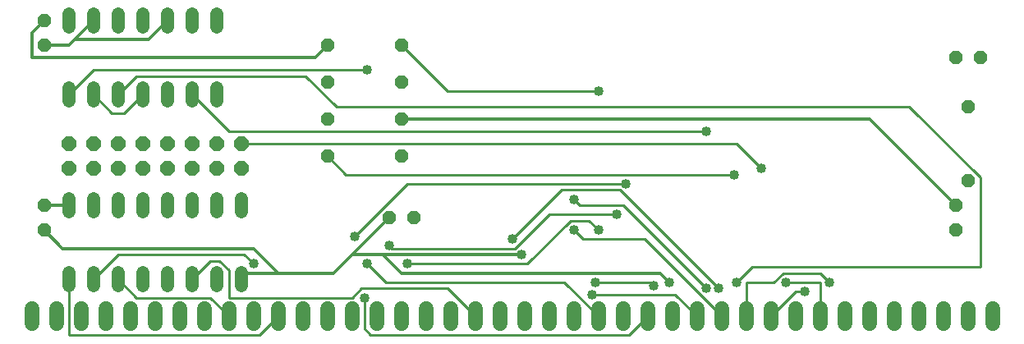
<source format=gbl>
G75*
%MOIN*%
%OFA0B0*%
%FSLAX24Y24*%
%IPPOS*%
%LPD*%
%AMOC8*
5,1,8,0,0,1.08239X$1,22.5*
%
%ADD10C,0.0600*%
%ADD11OC8,0.0520*%
%ADD12C,0.0520*%
%ADD13OC8,0.0600*%
%ADD14C,0.0100*%
%ADD15C,0.0400*%
%ADD16C,0.0120*%
D10*
X000600Y000800D02*
X000600Y001400D01*
X001600Y001400D02*
X001600Y000800D01*
X002600Y000800D02*
X002600Y001400D01*
X003600Y001400D02*
X003600Y000800D01*
X004600Y000800D02*
X004600Y001400D01*
X005600Y001400D02*
X005600Y000800D01*
X006600Y000800D02*
X006600Y001400D01*
X007600Y001400D02*
X007600Y000800D01*
X008600Y000800D02*
X008600Y001400D01*
X009600Y001400D02*
X009600Y000800D01*
X010600Y000800D02*
X010600Y001400D01*
X011600Y001400D02*
X011600Y000800D01*
X012600Y000800D02*
X012600Y001400D01*
X013600Y001400D02*
X013600Y000800D01*
X014600Y000800D02*
X014600Y001400D01*
X015600Y001400D02*
X015600Y000800D01*
X016600Y000800D02*
X016600Y001400D01*
X017600Y001400D02*
X017600Y000800D01*
X018600Y000800D02*
X018600Y001400D01*
X019600Y001400D02*
X019600Y000800D01*
X020600Y000800D02*
X020600Y001400D01*
X021600Y001400D02*
X021600Y000800D01*
X022600Y000800D02*
X022600Y001400D01*
X023600Y001400D02*
X023600Y000800D01*
X024600Y000800D02*
X024600Y001400D01*
X025600Y001400D02*
X025600Y000800D01*
X026600Y000800D02*
X026600Y001400D01*
X027600Y001400D02*
X027600Y000800D01*
X028600Y000800D02*
X028600Y001400D01*
X029600Y001400D02*
X029600Y000800D01*
X030600Y000800D02*
X030600Y001400D01*
X031600Y001400D02*
X031600Y000800D01*
X032600Y000800D02*
X032600Y001400D01*
X033600Y001400D02*
X033600Y000800D01*
X034600Y000800D02*
X034600Y001400D01*
X035600Y001400D02*
X035600Y000800D01*
X036600Y000800D02*
X036600Y001400D01*
X037600Y001400D02*
X037600Y000800D01*
X038600Y000800D02*
X038600Y001400D01*
X039600Y001400D02*
X039600Y000800D01*
D11*
X038100Y004600D03*
X038100Y005600D03*
X038600Y006600D03*
X038600Y009600D03*
X038100Y011600D03*
X039100Y011600D03*
X016100Y005100D03*
X015100Y005100D03*
X015600Y007600D03*
X012600Y007600D03*
X012600Y009100D03*
X015600Y009100D03*
X015600Y010600D03*
X012600Y010600D03*
X012600Y012100D03*
X015600Y012100D03*
X001100Y012100D03*
X001100Y013100D03*
X001100Y005600D03*
X001100Y004600D03*
D12*
X002100Y005340D02*
X002100Y005860D01*
X003100Y005860D02*
X003100Y005340D01*
X004100Y005340D02*
X004100Y005860D01*
X005100Y005860D02*
X005100Y005340D01*
X006100Y005340D02*
X006100Y005860D01*
X007100Y005860D02*
X007100Y005340D01*
X008100Y005340D02*
X008100Y005860D01*
X009100Y005860D02*
X009100Y005340D01*
X009100Y002860D02*
X009100Y002340D01*
X008100Y002340D02*
X008100Y002860D01*
X007100Y002860D02*
X007100Y002340D01*
X006100Y002340D02*
X006100Y002860D01*
X005100Y002860D02*
X005100Y002340D01*
X004100Y002340D02*
X004100Y002860D01*
X003100Y002860D02*
X003100Y002340D01*
X002100Y002340D02*
X002100Y002860D01*
X002100Y009840D02*
X002100Y010360D01*
X003100Y010360D02*
X003100Y009840D01*
X004100Y009840D02*
X004100Y010360D01*
X005100Y010360D02*
X005100Y009840D01*
X006100Y009840D02*
X006100Y010360D01*
X007100Y010360D02*
X007100Y009840D01*
X008100Y009840D02*
X008100Y010360D01*
X008100Y012840D02*
X008100Y013360D01*
X007100Y013360D02*
X007100Y012840D01*
X006100Y012840D02*
X006100Y013360D01*
X005100Y013360D02*
X005100Y012840D01*
X004100Y012840D02*
X004100Y013360D01*
X003100Y013360D02*
X003100Y012840D01*
X002100Y012840D02*
X002100Y013360D01*
D13*
X002100Y008100D03*
X003100Y008100D03*
X004100Y008100D03*
X005100Y008100D03*
X006100Y008100D03*
X007100Y008100D03*
X008100Y008100D03*
X009100Y008100D03*
X009100Y007100D03*
X008100Y007100D03*
X007100Y007100D03*
X006100Y007100D03*
X005100Y007100D03*
X004100Y007100D03*
X003100Y007100D03*
X002100Y007100D03*
D14*
X003850Y009350D02*
X003100Y010100D01*
X003100Y011100D02*
X002100Y010100D01*
X004100Y010100D02*
X004850Y010850D01*
X011725Y010850D01*
X012975Y009600D01*
X036225Y009600D01*
X039100Y006725D01*
X039100Y003100D01*
X029850Y003100D01*
X029225Y002475D01*
X029600Y002475D02*
X030725Y002475D01*
X031100Y002850D01*
X032600Y002850D01*
X032975Y002475D01*
X032600Y002475D02*
X031225Y002475D01*
X031600Y002100D02*
X031975Y002100D01*
X031600Y002100D02*
X030600Y001100D01*
X029600Y001100D02*
X029600Y002475D01*
X028475Y002225D02*
X024475Y006225D01*
X022100Y006225D01*
X020100Y004225D01*
X020225Y003850D02*
X021600Y005225D01*
X024350Y005225D01*
X024600Y005600D02*
X027975Y002225D01*
X027600Y001100D02*
X026725Y001975D01*
X023350Y001975D01*
X023475Y002475D02*
X025725Y002475D01*
X025850Y002350D01*
X025600Y001100D02*
X024850Y000350D01*
X014350Y000350D01*
X014100Y000600D01*
X014100Y001850D01*
X013975Y002225D02*
X013600Y001850D01*
X008600Y001850D01*
X008600Y002975D01*
X008225Y003350D01*
X007850Y003350D01*
X007100Y002600D01*
X007850Y001850D02*
X008600Y001100D01*
X009850Y000350D02*
X010600Y001100D01*
X009850Y000350D02*
X002100Y000350D01*
X002100Y002600D01*
X003100Y002600D02*
X004100Y003600D01*
X009225Y003600D01*
X009600Y003225D01*
X007850Y001850D02*
X004850Y001850D01*
X004100Y002600D01*
X013725Y004350D02*
X015850Y006475D01*
X024725Y006475D01*
X022850Y005600D02*
X022600Y005850D01*
X022850Y005600D02*
X024600Y005600D01*
X023600Y004600D02*
X023225Y004975D01*
X022475Y004975D01*
X020725Y003225D01*
X015850Y003225D01*
X014975Y002475D02*
X014225Y003225D01*
X014975Y002475D02*
X022225Y002475D01*
X023600Y001100D01*
X025475Y004225D02*
X028600Y001100D01*
X032600Y001100D02*
X032600Y002475D01*
X025475Y004225D02*
X022975Y004225D01*
X022600Y004600D01*
X020225Y003850D02*
X015225Y003850D01*
X015100Y003975D01*
X013975Y002225D02*
X017475Y002225D01*
X018600Y001100D01*
X013350Y006850D02*
X029100Y006850D01*
X030225Y007100D02*
X029225Y008100D01*
X009100Y008100D01*
X008600Y008600D02*
X027975Y008600D01*
X023600Y010225D02*
X017475Y010225D01*
X015600Y012100D01*
X014225Y011100D02*
X003100Y011100D01*
X004350Y009350D02*
X005100Y010100D01*
X007100Y010100D02*
X008600Y008600D01*
X012600Y007600D02*
X013350Y006850D01*
X004350Y009350D02*
X003850Y009350D01*
D15*
X014225Y011100D03*
X023600Y010225D03*
X027975Y008600D03*
X030225Y007100D03*
X029100Y006850D03*
X024725Y006475D03*
X022600Y005850D03*
X024350Y005225D03*
X023600Y004600D03*
X022600Y004600D03*
X020100Y004225D03*
X020475Y003600D03*
X023475Y002475D03*
X023350Y001975D03*
X025850Y002350D03*
X026475Y002475D03*
X027975Y002225D03*
X028475Y002225D03*
X029225Y002475D03*
X031225Y002475D03*
X031975Y002100D03*
X032975Y002475D03*
X015850Y003225D03*
X014225Y003225D03*
X015100Y003975D03*
X013725Y004350D03*
X009600Y003225D03*
X014100Y001850D03*
D16*
X012850Y002850D02*
X013600Y003600D01*
X014850Y003600D01*
X015600Y002850D01*
X026100Y002850D01*
X026475Y002475D01*
X020475Y003600D02*
X014850Y003600D01*
X013600Y003600D02*
X015100Y005100D01*
X010600Y002850D02*
X009600Y003850D01*
X001850Y003850D01*
X001100Y004600D01*
X001100Y005600D02*
X002100Y005600D01*
X009100Y002600D02*
X009350Y002850D01*
X010600Y002850D01*
X012850Y002850D01*
X015600Y009100D02*
X034600Y009100D01*
X038100Y005600D01*
X012600Y012100D02*
X012100Y011600D01*
X000600Y011600D01*
X000600Y012600D01*
X001100Y013100D01*
X002350Y012350D02*
X003100Y013100D01*
X002350Y012350D02*
X005350Y012350D01*
X006100Y013100D01*
X002350Y012350D02*
X002100Y012100D01*
X001100Y012100D01*
M02*

</source>
